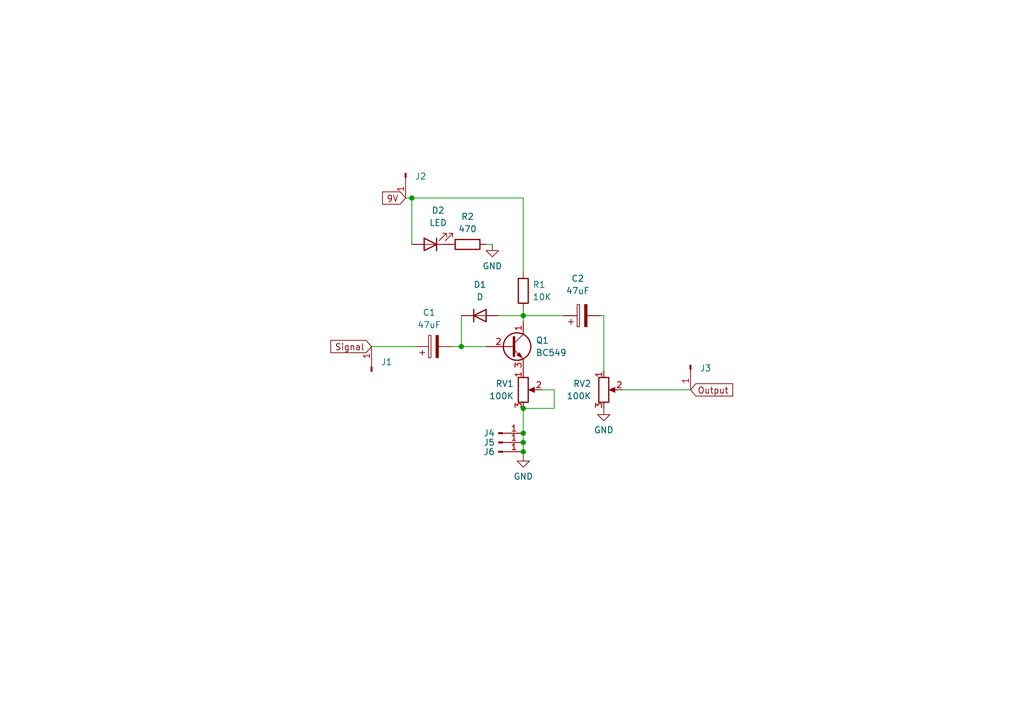
<source format=kicad_sch>
(kicad_sch (version 20211123) (generator eeschema)
  (paper "A5")
  (title_block (title "Vacuum cleaner Fuzz") (date "2022-12-13") (rev "V0.1") (comment 1 "Rudie v.d Heuvel"))
  (lib_symbols
    (symbol "Connector:Conn_01x01_Male" (pin_names (offset 1.016) hide)
      (property "Reference" "J" (at 0 2.54 0))
      (property "Value" "Conn_01x01_Male" (at 0 -2.54 0))
      (symbol "Conn_01x01_Male_1_1"
        (polyline (pts (xy 1.27 0) (xy 0.8636 0)) (stroke (width 0.1524)))
        (rectangle (start 0.8636 0.127) (end 0 -0.127) (stroke (width 0.1524)) (fill (type outline)))
        (pin passive line (at 5.08 0 180) (length 3.81) (name "Pin_1") (number "1"))
      )
    )
    (symbol "Device:C_Polarized" (pin_numbers hide) (pin_names (offset 0.254))
      (property "Reference" "C" (at 0.635 2.54 0))
      (property "Value" "C_Polarized" (at 0.635 -2.54 0))
      (symbol "C_Polarized_0_1"
        (rectangle (start -2.286 0.508) (end 2.286 1.016))
        (polyline (pts (xy -1.778 2.286) (xy -0.762 2.286)))
        (polyline (pts (xy -1.27 2.794) (xy -1.27 1.778)))
        (rectangle (start 2.286 -0.508) (end -2.286 -1.016) (fill (type outline)))
      )
      (symbol "C_Polarized_1_1"
        (pin passive line (at 0 3.81 270) (length 2.794) (name "~") (number "1"))
        (pin passive line (at 0 -3.81 90) (length 2.794) (name "~") (number "2"))
      )
    )
    (symbol "Device:D" (pin_numbers hide) (pin_names (offset 1.016) hide)
      (property "Reference" "D" (at 0 2.54 0))
      (property "Value" "D" (at 0 -2.54 0))
      (symbol "D_0_1"
        (polyline (pts (xy -1.27 1.27) (xy -1.27 -1.27)) (stroke (width 0.254)))
        (polyline (pts (xy 1.27 0) (xy -1.27 0)))
        (polyline (pts (xy 1.27 1.27) (xy 1.27 -1.27) (xy -1.27 0) (xy 1.27 1.27)) (stroke (width 0.254)))
      )
      (symbol "D_1_1"
        (pin passive line (at -3.81 0 0) (length 2.54) (name "K") (number "1"))
        (pin passive line (at 3.81 0 180) (length 2.54) (name "A") (number "2"))
      )
    )
    (symbol "Device:LED" (pin_numbers hide) (pin_names (offset 1.016) hide)
      (property "Reference" "D" (at 0 2.54 0))
      (property "Value" "LED" (at 0 -2.54 0))
      (symbol "LED_0_1"
        (polyline (pts (xy -1.27 -1.27) (xy -1.27 1.27)) (stroke (width 0.254)))
        (polyline (pts (xy -1.27 0) (xy 1.27 0)))
        (polyline (pts (xy 1.27 -1.27) (xy 1.27 1.27) (xy -1.27 0) (xy 1.27 -1.27)) (stroke (width 0.254)))
        (polyline (pts (xy -3.048 -0.762) (xy -4.572 -2.286) (xy -3.81 -2.286) (xy -4.572 -2.286) (xy -4.572 -1.524)))
        (polyline (pts (xy -1.778 -0.762) (xy -3.302 -2.286) (xy -2.54 -2.286) (xy -3.302 -2.286) (xy -3.302 -1.524)))
      )
      (symbol "LED_1_1"
        (pin passive line (at -3.81 0 0) (length 2.54) (name "K") (number "1"))
        (pin passive line (at 3.81 0 180) (length 2.54) (name "A") (number "2"))
      )
    )
    (symbol "Device:R" (pin_numbers hide) (pin_names (offset 0))
      (property "Reference" "R" (at 2.032 0 90))
      (property "Value" "R" (at 0 0 90))
      (symbol "R_0_1"
        (rectangle (start -1.016 -2.54) (end 1.016 2.54) (stroke (width 0.254)))
      )
      (symbol "R_1_1"
        (pin passive line (at 0 3.81 270) (length 1.27) (name "~") (number "1"))
        (pin passive line (at 0 -3.81 90) (length 1.27) (name "~") (number "2"))
      )
    )
    (symbol "Device:R_Potentiometer" (pin_names (offset 1.016) hide)
      (property "Reference" "RV" (at -4.445 0 90))
      (property "Value" "R_Potentiometer" (at -2.54 0 90))
      (symbol "R_Potentiometer_0_1"
        (polyline (pts (xy 2.54 0) (xy 1.524 0)))
        (polyline (pts (xy 1.143 0) (xy 2.286 0.508) (xy 2.286 -0.508) (xy 1.143 0)) (fill (type outline)))
        (rectangle (start 1.016 2.54) (end -1.016 -2.54) (stroke (width 0.254)))
      )
      (symbol "R_Potentiometer_1_1"
        (pin passive line (at 0 3.81 270) (length 1.27) (name "1") (number "1"))
        (pin passive line (at 3.81 0 180) (length 1.27) (name "2") (number "2"))
        (pin passive line (at 0 -3.81 90) (length 1.27) (name "3") (number "3"))
      )
    )
    (symbol "Mechanical:MountingHole" (pin_names (offset 1.016))
      (property "Reference" "H" (at 0 5.08 0))
      (property "Value" "MountingHole" (at 0 3.175 0))
      (symbol "MountingHole_0_1"
        (circle (center 0 0) (radius 1.27) (stroke (width 1.27)))
      )
    )
    (symbol "Transistor_BJT:BC549" (pin_names (offset 0) hide)
      (property "Reference" "Q" (at 5.08 1.905 0))
      (property "Value" "BC549" (at 5.08 0 0))
      (symbol "BC549_0_1"
        (polyline (pts (xy 0 0) (xy 0.635 0)))
        (polyline (pts (xy 0.635 0.635) (xy 2.54 2.54)))
        (polyline (pts (xy 0.635 -0.635) (xy 2.54 -2.54) (xy 2.54 -2.54)))
        (polyline (pts (xy 0.635 1.905) (xy 0.635 -1.905) (xy 0.635 -1.905)) (stroke (width 0.508)))
        (polyline (pts (xy 1.27 -1.778) (xy 1.778 -1.27) (xy 2.286 -2.286) (xy 1.27 -1.778) (xy 1.27 -1.778)) (fill (type outline)))
        (circle (center 1.27 0) (radius 2.8194) (stroke (width 0.254)))
      )
      (symbol "BC549_1_1"
        (pin passive line (at 2.54 5.08 270) (length 2.54) (name "C") (number "1"))
        (pin input line (at -5.08 0 0) (length 5.08) (name "B") (number "2"))
        (pin passive line (at 2.54 -5.08 90) (length 2.54) (name "E") (number "3"))
      )
    )
    (symbol "power:GND" (power) (pin_names (offset 0))
      (property "Value" "GND" (at 0 -3.81 0))
      (symbol "GND_0_1"
        (polyline (pts (xy 0 0) (xy 0 -1.27) (xy 1.27 -1.27) (xy 0 -2.54) (xy -1.27 -1.27) (xy 0 -1.27)))
      )
      (symbol "GND_1_1"
        (pin power_in line (at 0 0 270) (length 0) hide (name "GND") (number "1"))
      )
    )
  )
  (junction (at 107.315 64.77))
  (junction (at 107.315 83.82))
  (junction (at 94.615 71.12))
  (junction (at 107.315 90.805))
  (junction (at 107.315 92.71))
  (junction (at 107.315 88.9))
  (junction (at 84.455 40.64))
  (wire (pts (xy 94.615 64.77) (xy 94.615 71.12)))
  (wire (pts (xy 107.315 40.64) (xy 107.315 55.88)))
  (wire (pts (xy 107.315 88.9) (xy 107.315 90.805)))
  (wire (pts (xy 107.315 92.71) (xy 107.315 93.345)))
  (wire (pts (xy 84.455 40.64) (xy 107.315 40.64)))
  (wire (pts (xy 76.2 71.12) (xy 85.09 71.12)))
  (wire (pts (xy 123.825 64.77) (xy 123.825 76.2)))
  (wire (pts (xy 123.19 64.77) (xy 123.825 64.77)))
  (wire (pts (xy 94.615 71.12) (xy 99.695 71.12)))
  (wire (pts (xy 107.315 64.77) (xy 107.315 66.04)))
  (wire (pts (xy 111.125 80.01) (xy 113.665 80.01)))
  (wire (pts (xy 113.665 83.82) (xy 107.315 83.82)))
  (wire (pts (xy 99.695 50.165) (xy 100.965 50.165)))
  (wire (pts (xy 113.665 80.01) (xy 113.665 83.82)))
  (wire (pts (xy 107.315 83.82) (xy 107.315 88.9)))
  (wire (pts (xy 84.455 40.64) (xy 84.455 50.165)))
  (wire (pts (xy 107.315 63.5) (xy 107.315 64.77)))
  (wire (pts (xy 83.185 40.64) (xy 84.455 40.64)))
  (wire (pts (xy 107.315 64.77) (xy 115.57 64.77)))
  (wire (pts (xy 92.71 71.12) (xy 94.615 71.12)))
  (wire (pts (xy 127.635 80.01) (xy 141.605 80.01)))
  (wire (pts (xy 107.315 90.805) (xy 107.315 92.71)))
  (wire (pts (xy 102.235 64.77) (xy 107.315 64.77)))
  (global_label "Output" (shape input) (at 141.605 80.01 0) (property "Intersheet References" "${INTERSHEET_REFS}" (effects hide)))
  (global_label "9V" (shape input) (at 83.185 40.64 180) (property "Intersheet References" "${INTERSHEET_REFS}" (effects hide)))
  (global_label "Signal" (shape input) (at 76.2 71.12 180) (property "Intersheet References" "${INTERSHEET_REFS}" (effects hide)))
  (symbol (lib_id "Mechanical:MountingHole") (at 195.58 154.305 0) (unit 1)
    (property "Reference" "H1" (at 198.12 153.0349 0) (effects (justify left)))
    (property "Value" "MountingHole" (at 198.12 155.5749 0) (effects (justify left)))
    (property "Footprint" "MountingHole:MountingHole_3.2mm_M3" (effects hide))
  )
  (symbol (lib_id "Connector:Conn_01x01_Male") (at 76.2 76.2 90) (unit 1)
    (property "Reference" "J1" (at 78.105 74.2949 90) (effects (justify right)))
    (property "Value" "Conn_01x01_Male" (effects hide))
    (property "Footprint" "Connector_Pin:Pin_D1.4mm_L8.5mm_W2.8mm_FlatFork" (effects hide))
  )
  (symbol (lib_id "power:GND") (at 107.315 93.345 0) (unit 1)
    (property "Reference" "#PWR01" (effects hide))
    (property "Value" "GND" (at 107.315 97.79 0))
  )
  (symbol (lib_id "Device:R") (at 107.315 59.69 0) (unit 1)
    (property "Reference" "R1" (at 109.22 58.4199 0) (effects (justify left)))
    (property "Value" "10K" (at 109.22 60.9599 0) (effects (justify left)))
    (property "Footprint" "Resistor_THT:R_Axial_DIN0207_L6.3mm_D2.5mm_P10.16mm_Horizontal" (effects hide))
  )
  (symbol (lib_id "Device:R_Potentiometer") (at 107.315 80.01 0) (unit 1)
    (property "Reference" "RV1" (at 105.41 78.7399 0) (effects (justify right)))
    (property "Value" "100K" (at 105.41 81.2799 0) (effects (justify right)))
    (property "Footprint" "Potentiometer_THT:Potentiometer_Alps_RK163_Single_Horizontal" (effects hide))
  )
  (symbol (lib_id "power:GND") (at 100.965 50.165 0) (unit 1)
    (property "Reference" "#PWR03" (effects hide))
    (property "Value" "GND" (at 100.965 54.61 0))
  )
  (symbol (lib_id "Connector:Conn_01x01_Male") (at 141.605 74.93 270) (unit 1)
    (property "Reference" "J3" (at 143.51 75.5649 90) (effects (justify left)))
    (property "Value" "Conn_01x01_Male" (effects hide))
    (property "Footprint" "Connector_Pin:Pin_D1.4mm_L8.5mm_W2.8mm_FlatFork" (effects hide))
  )
  (symbol (lib_id "power:GND") (at 123.825 83.82 0) (unit 1)
    (property "Reference" "#PWR02" (effects hide))
    (property "Value" "GND" (at 123.825 88.265 0))
  )
  (symbol (lib_id "Device:R") (at 95.885 50.165 90) (unit 1)
    (property "Reference" "R2" (at 95.885 44.45 90))
    (property "Value" "470" (at 95.885 46.99 90))
    (property "Footprint" "Resistor_THT:R_Axial_DIN0207_L6.3mm_D2.5mm_P10.16mm_Horizontal" (effects hide))
  )
  (symbol (lib_id "Connector:Conn_01x01_Male") (at 102.235 92.71 0) (unit 1)
    (property "Reference" "J6" (at 100.33 92.71 0))
    (property "Value" "Conn_01x01_Male" (effects hide))
    (property "Footprint" "Connector_Pin:Pin_D1.4mm_L8.5mm_W2.8mm_FlatFork" (effects hide))
  )
  (symbol (lib_id "Device:C_Polarized") (at 88.9 71.12 90) (unit 1)
    (property "Reference" "C1" (at 88.011 64.135 90))
    (property "Value" "47uF" (at 88.011 66.675 90))
    (property "Footprint" "Capacitor_THT:CP_Radial_D5.0mm_P2.50mm" (effects hide))
  )
  (symbol (lib_id "Mechanical:MountingHole") (at 195.58 159.385 0) (unit 1)
    (property "Reference" "H2" (at 198.12 158.1149 0) (effects (justify left)))
    (property "Value" "MountingHole" (at 198.12 160.6549 0) (effects (justify left)))
    (property "Footprint" "MountingHole:MountingHole_3.2mm_M3" (effects hide))
  )
  (symbol (lib_id "Device:LED") (at 88.265 50.165 180) (unit 1)
    (property "Reference" "D2" (at 89.8525 43.18 0))
    (property "Value" "LED" (at 89.8525 45.72 0))
    (property "Footprint" "LED_THT:LED_D5.0mm" (effects hide))
  )
  (symbol (lib_id "Device:D") (at 98.425 64.77 0) (unit 1)
    (property "Reference" "D1" (at 98.425 58.42 0))
    (property "Value" "D" (at 98.425 60.96 0))
    (property "Footprint" "Diode_THT:D_A-405_P12.70mm_Horizontal" (effects hide))
  )
  (symbol (lib_id "Transistor_BJT:BC549") (at 104.775 71.12 0) (unit 1)
    (property "Reference" "Q1" (at 109.855 69.8499 0) (effects (justify left)))
    (property "Value" "BC549" (at 109.855 72.3899 0) (effects (justify left)))
    (property "Footprint" "Package_TO_SOT_THT:TO-92_Inline_Wide" (effects hide))
    (property "Datasheet" "https://www.onsemi.com/pub/Collateral/BC550-D.pdf" (effects hide))
  )
  (symbol (lib_id "Device:R_Potentiometer") (at 123.825 80.01 0) (unit 1)
    (property "Reference" "RV2" (at 121.285 78.7399 0) (effects (justify right)))
    (property "Value" "100K" (at 121.285 81.28 0) (effects (justify right)))
    (property "Footprint" "Potentiometer_THT:Potentiometer_Alps_RK163_Single_Horizontal" (effects hide))
  )
  (symbol (lib_id "Device:C_Polarized") (at 119.38 64.77 90) (unit 1)
    (property "Reference" "C2" (at 118.491 57.15 90))
    (property "Value" "47uF" (at 118.491 59.69 90))
    (property "Footprint" "Capacitor_THT:CP_Radial_D5.0mm_P2.50mm" (effects hide))
  )
  (symbol (lib_id "Connector:Conn_01x01_Male") (at 83.185 35.56 270) (unit 1)
    (property "Reference" "J2" (at 85.09 36.1949 90) (effects (justify left)))
    (property "Value" "Conn_01x01_Male" (effects hide))
    (property "Footprint" "Connector_Pin:Pin_D1.4mm_L8.5mm_W2.8mm_FlatFork" (effects hide))
  )
  (symbol (lib_id "Connector:Conn_01x01_Male") (at 102.235 90.805 0) (unit 1)
    (property "Reference" "J5" (at 100.33 90.805 0))
    (property "Value" "Conn_01x01_Male" (effects hide))
    (property "Footprint" "Connector_Pin:Pin_D1.4mm_L8.5mm_W2.8mm_FlatFork" (effects hide))
  )
  (symbol (lib_id "Connector:Conn_01x01_Male") (at 102.235 88.9 0) (unit 1)
    (property "Reference" "J4" (at 100.33 88.9 0))
    (property "Value" "Conn_01x01_Male" (effects hide))
    (property "Footprint" "Connector_Pin:Pin_D1.4mm_L8.5mm_W2.8mm_FlatFork" (effects hide))
  )
)
</source>
